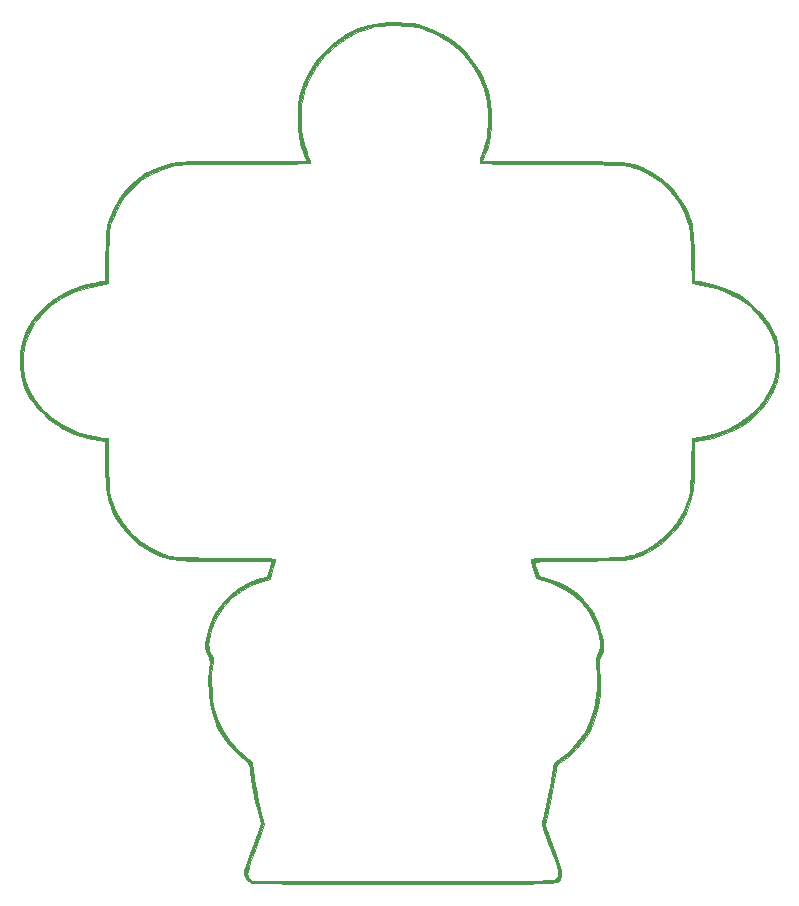
<source format=gbr>
G04 #@! TF.FileFunction,Profile,NP*
%FSLAX46Y46*%
G04 Gerber Fmt 4.6, Leading zero omitted, Abs format (unit mm)*
G04 Created by KiCad (PCBNEW (2015-04-22 BZR 5621)-product) date 6/30/2015 10:49:08 AM*
%MOMM*%
G01*
G04 APERTURE LIST*
%ADD10C,0.100000*%
G04 APERTURE END LIST*
D10*
G36*
X138861108Y-105183124D02*
X138819205Y-106124062D01*
X138645114Y-107032783D01*
X138593789Y-107173845D01*
X138593789Y-105493470D01*
X138590300Y-104855235D01*
X138536240Y-104277423D01*
X138475294Y-103970667D01*
X138158960Y-103071860D01*
X137689471Y-102219646D01*
X137080197Y-101429906D01*
X136344505Y-100718518D01*
X135495765Y-100101362D01*
X134958666Y-99793732D01*
X134218173Y-99444633D01*
X133482568Y-99180620D01*
X132682164Y-98978526D01*
X132266805Y-98898879D01*
X131445000Y-98754022D01*
X131393451Y-96557511D01*
X131375672Y-95862650D01*
X131357307Y-95311658D01*
X131336234Y-94879077D01*
X131310329Y-94539451D01*
X131277468Y-94267322D01*
X131235528Y-94037233D01*
X131182385Y-93823726D01*
X131158476Y-93740509D01*
X130771731Y-92723198D01*
X130242937Y-91788137D01*
X129584150Y-90947398D01*
X128807428Y-90213054D01*
X127924828Y-89597179D01*
X126948407Y-89111845D01*
X126308157Y-88883914D01*
X126186879Y-88847686D01*
X126068377Y-88816326D01*
X125939916Y-88789421D01*
X125788763Y-88766558D01*
X125602184Y-88747323D01*
X125367444Y-88731304D01*
X125071810Y-88718085D01*
X124702549Y-88707255D01*
X124246925Y-88698400D01*
X123692206Y-88691105D01*
X123025657Y-88684959D01*
X122234544Y-88679548D01*
X121306134Y-88674458D01*
X120227693Y-88669275D01*
X119608766Y-88666431D01*
X118426619Y-88660621D01*
X117402923Y-88654577D01*
X116526793Y-88648037D01*
X115787347Y-88640740D01*
X115173703Y-88632425D01*
X114674975Y-88622828D01*
X114280282Y-88611688D01*
X113978740Y-88598745D01*
X113759467Y-88583735D01*
X113611578Y-88566397D01*
X113524191Y-88546469D01*
X113486422Y-88523689D01*
X113483989Y-88519101D01*
X113491703Y-88388872D01*
X113552553Y-88147591D01*
X113654460Y-87840476D01*
X113692253Y-87739608D01*
X113839061Y-87316605D01*
X113978933Y-86843912D01*
X114080863Y-86427070D01*
X114154311Y-85928913D01*
X114198351Y-85328918D01*
X114212027Y-84690008D01*
X114194384Y-84075106D01*
X114144465Y-83547137D01*
X114126350Y-83433383D01*
X113847323Y-82335850D01*
X113412801Y-81285918D01*
X112834647Y-80305415D01*
X112124726Y-79416168D01*
X111722800Y-79011408D01*
X111248949Y-78590589D01*
X110805512Y-78253629D01*
X110332811Y-77960475D01*
X109771165Y-77671074D01*
X109616088Y-77597532D01*
X109079316Y-77358418D01*
X108606501Y-77181675D01*
X108153695Y-77058445D01*
X107676950Y-76979869D01*
X107132316Y-76937090D01*
X106475843Y-76921248D01*
X106256666Y-76920428D01*
X105702333Y-76923176D01*
X105278235Y-76934538D01*
X104945346Y-76958159D01*
X104664641Y-76997682D01*
X104397094Y-77056750D01*
X104191220Y-77113277D01*
X103082326Y-77519090D01*
X102062187Y-78063446D01*
X101140843Y-78735918D01*
X100328336Y-79526078D01*
X99634708Y-80423498D01*
X99069999Y-81417749D01*
X98644251Y-82498405D01*
X98496455Y-83027282D01*
X98407606Y-83552930D01*
X98358144Y-84242542D01*
X98347291Y-84751334D01*
X98368491Y-85586303D01*
X98449805Y-86315247D01*
X98601247Y-86993891D01*
X98832831Y-87677962D01*
X98905936Y-87860026D01*
X99018924Y-88160023D01*
X99090605Y-88403219D01*
X99108449Y-88545436D01*
X99104068Y-88558526D01*
X99009022Y-88579079D01*
X98750461Y-88596857D01*
X98327557Y-88611873D01*
X97739488Y-88624142D01*
X96985427Y-88633675D01*
X96064549Y-88640487D01*
X94976030Y-88644591D01*
X93719044Y-88645999D01*
X93686117Y-88646000D01*
X92535472Y-88646724D01*
X91541777Y-88649059D01*
X90692651Y-88653253D01*
X89975718Y-88659553D01*
X89378597Y-88668204D01*
X88888910Y-88679454D01*
X88494279Y-88693549D01*
X88182325Y-88710737D01*
X87940669Y-88731264D01*
X87756932Y-88755376D01*
X87700947Y-88765294D01*
X86663067Y-89048303D01*
X85694925Y-89479589D01*
X84808874Y-90048115D01*
X84017268Y-90742847D01*
X83332458Y-91552748D01*
X82766799Y-92466783D01*
X82332642Y-93473914D01*
X82290459Y-93599000D01*
X82231313Y-93791624D01*
X82184517Y-93982758D01*
X82148022Y-94196726D01*
X82119779Y-94457855D01*
X82097739Y-94790469D01*
X82079853Y-95218894D01*
X82064071Y-95767455D01*
X82048345Y-96460477D01*
X82047984Y-96477518D01*
X81999666Y-98763369D01*
X81364666Y-98860754D01*
X80163255Y-99113841D01*
X79073301Y-99489870D01*
X78084667Y-99993935D01*
X77187210Y-100631130D01*
X76434591Y-101338006D01*
X75793192Y-102122511D01*
X75313305Y-102945424D01*
X74988965Y-103820146D01*
X74814207Y-104760080D01*
X74791753Y-105029000D01*
X74813659Y-105981998D01*
X74996551Y-106903755D01*
X75333354Y-107783723D01*
X75816988Y-108611357D01*
X76440379Y-109376108D01*
X77196447Y-110067429D01*
X78078116Y-110674774D01*
X78856938Y-111087399D01*
X79616588Y-111392543D01*
X80443921Y-111638382D01*
X81254363Y-111800910D01*
X81466979Y-111828246D01*
X81999666Y-111887000D01*
X82047984Y-114173000D01*
X82063767Y-114870162D01*
X82079597Y-115422335D01*
X82097514Y-115853852D01*
X82119556Y-116189045D01*
X82147765Y-116452247D01*
X82184179Y-116667791D01*
X82230837Y-116860009D01*
X82289269Y-117051667D01*
X82713766Y-118093943D01*
X83272702Y-119036295D01*
X83958725Y-119871362D01*
X84764479Y-120591783D01*
X85682610Y-121190197D01*
X86705765Y-121659245D01*
X86995000Y-121761402D01*
X87132036Y-121805769D01*
X87263824Y-121843032D01*
X87406111Y-121873921D01*
X87574647Y-121899164D01*
X87785177Y-121919490D01*
X88053449Y-121935627D01*
X88395212Y-121948305D01*
X88826213Y-121958251D01*
X89362199Y-121966195D01*
X90018918Y-121972864D01*
X90812118Y-121978988D01*
X91757546Y-121985296D01*
X91846492Y-121985870D01*
X92865935Y-121993469D01*
X93726180Y-122002233D01*
X94437361Y-122012468D01*
X95009611Y-122024476D01*
X95453063Y-122038563D01*
X95777851Y-122055033D01*
X95994107Y-122074190D01*
X96111967Y-122096338D01*
X96141799Y-122114850D01*
X96134820Y-122235497D01*
X96086321Y-122477212D01*
X96005194Y-122799409D01*
X95945138Y-123012481D01*
X95711997Y-123808629D01*
X95121165Y-123969313D01*
X94143154Y-124316915D01*
X93258279Y-124797188D01*
X92477197Y-125399374D01*
X91810568Y-126112715D01*
X91269052Y-126926453D01*
X90863307Y-127829831D01*
X90679275Y-128452282D01*
X90572488Y-128944290D01*
X90523751Y-129317231D01*
X90534147Y-129611503D01*
X90604758Y-129867503D01*
X90723563Y-130103483D01*
X90825469Y-130286262D01*
X90882970Y-130438100D01*
X90901223Y-130608366D01*
X90885383Y-130846431D01*
X90840606Y-131201664D01*
X90839279Y-131211589D01*
X90787414Y-131813090D01*
X90774709Y-132499800D01*
X90798534Y-133216896D01*
X90856257Y-133909554D01*
X90945249Y-134522952D01*
X91012955Y-134831667D01*
X91334962Y-135781443D01*
X91789272Y-136690947D01*
X92355699Y-137531056D01*
X93014062Y-138272647D01*
X93744176Y-138886597D01*
X93894943Y-138990125D01*
X94036267Y-139088499D01*
X94131193Y-139184495D01*
X94194270Y-139315685D01*
X94240049Y-139519642D01*
X94283079Y-139833937D01*
X94310280Y-140062640D01*
X94382828Y-140586987D01*
X94486401Y-141212634D01*
X94611383Y-141890678D01*
X94748157Y-142572219D01*
X94887106Y-143208356D01*
X95018615Y-143750187D01*
X95079164Y-143972516D01*
X95248351Y-144562031D01*
X94529509Y-146475527D01*
X94274281Y-147163599D01*
X94079853Y-147713501D01*
X93942826Y-148143751D01*
X93859799Y-148472872D01*
X93827374Y-148719382D01*
X93842152Y-148901804D01*
X93900732Y-149038657D01*
X93999716Y-149148461D01*
X94033751Y-149176522D01*
X94256836Y-149352000D01*
X106976333Y-149352000D01*
X108690794Y-149351968D01*
X110244033Y-149351801D01*
X111644160Y-149351395D01*
X112899287Y-149350642D01*
X114017524Y-149349440D01*
X115006981Y-149347681D01*
X115875771Y-149345261D01*
X116632003Y-149342074D01*
X117283789Y-149338015D01*
X117839240Y-149332979D01*
X118306465Y-149326860D01*
X118693577Y-149319553D01*
X119008686Y-149310952D01*
X119259903Y-149300952D01*
X119455339Y-149289448D01*
X119603105Y-149276335D01*
X119711311Y-149261506D01*
X119788068Y-149244858D01*
X119841488Y-149226283D01*
X119879681Y-149205678D01*
X119909400Y-149184006D01*
X120029865Y-149078691D01*
X120112754Y-148966746D01*
X120154856Y-148828088D01*
X120152956Y-148642636D01*
X120103841Y-148390308D01*
X120004296Y-148051024D01*
X119851108Y-147604701D01*
X119641064Y-147031258D01*
X119507889Y-146675057D01*
X119306069Y-146129304D01*
X119126062Y-145627630D01*
X118976203Y-145194486D01*
X118864823Y-144854323D01*
X118800256Y-144631593D01*
X118787333Y-144560636D01*
X118806935Y-144406265D01*
X118860385Y-144126748D01*
X118939651Y-143761011D01*
X119036699Y-143347980D01*
X119042403Y-143324627D01*
X119210083Y-142587618D01*
X119372790Y-141778337D01*
X119518319Y-140963199D01*
X119634464Y-140208618D01*
X119680143Y-139854175D01*
X119717114Y-139594040D01*
X119776046Y-139422317D01*
X119892576Y-139285802D01*
X120102339Y-139131295D01*
X120214504Y-139056401D01*
X121044370Y-138406314D01*
X121773809Y-137630879D01*
X122388302Y-136750674D01*
X122873330Y-135786275D01*
X123195543Y-134831667D01*
X123299082Y-134311707D01*
X123374702Y-133676652D01*
X123419868Y-132978828D01*
X123432044Y-132270560D01*
X123408695Y-131604174D01*
X123371374Y-131202795D01*
X123329227Y-130841499D01*
X123314715Y-130598651D01*
X123333456Y-130424804D01*
X123391066Y-130270511D01*
X123493162Y-130086324D01*
X123499405Y-130075665D01*
X123618926Y-129851631D01*
X123677374Y-129659457D01*
X123686627Y-129430612D01*
X123662502Y-129134615D01*
X123494288Y-128260417D01*
X123179859Y-127393941D01*
X122738912Y-126576767D01*
X122191145Y-125850477D01*
X122020326Y-125668064D01*
X121434810Y-125130583D01*
X120830392Y-124701273D01*
X120162831Y-124354663D01*
X119387888Y-124065285D01*
X119068163Y-123968506D01*
X118243435Y-123731386D01*
X118008323Y-122973860D01*
X117909400Y-122631749D01*
X117839921Y-122345190D01*
X117809407Y-122156049D01*
X117811948Y-122110500D01*
X117857200Y-122084057D01*
X117979945Y-122062064D01*
X118192272Y-122044180D01*
X118506266Y-122030066D01*
X118934016Y-122019382D01*
X119487608Y-122011788D01*
X120179129Y-122006946D01*
X121020667Y-122004515D01*
X121599842Y-122004074D01*
X122588599Y-122002850D01*
X123425922Y-121998298D01*
X124129707Y-121988590D01*
X124717846Y-121971900D01*
X125208233Y-121946398D01*
X125618763Y-121910258D01*
X125967329Y-121861651D01*
X126271825Y-121798751D01*
X126550145Y-121719728D01*
X126820182Y-121622756D01*
X127099830Y-121506008D01*
X127284741Y-121423409D01*
X128103772Y-120972090D01*
X128881586Y-120390408D01*
X129589676Y-119707570D01*
X130199535Y-118952783D01*
X130682655Y-118155255D01*
X130865839Y-117754375D01*
X131004194Y-117403444D01*
X131113569Y-117091037D01*
X131197974Y-116789391D01*
X131261420Y-116470744D01*
X131307918Y-116107334D01*
X131341480Y-115671398D01*
X131366116Y-115135174D01*
X131385838Y-114470900D01*
X131394866Y-114092787D01*
X131445000Y-111895906D01*
X132182834Y-111789532D01*
X133285481Y-111556585D01*
X134326552Y-111190425D01*
X135291424Y-110701954D01*
X136165474Y-110102077D01*
X136934080Y-109401696D01*
X137582620Y-108611715D01*
X138096469Y-107743036D01*
X138326646Y-107208452D01*
X138459381Y-106726304D01*
X138549289Y-106135902D01*
X138593789Y-105493470D01*
X138593789Y-107173845D01*
X138338366Y-107875852D01*
X138275618Y-108005048D01*
X137737444Y-108886581D01*
X137062037Y-109683920D01*
X136264488Y-110386831D01*
X135359891Y-110985079D01*
X134363339Y-111468430D01*
X133289927Y-111826649D01*
X132352374Y-112021464D01*
X131656666Y-112127965D01*
X131654989Y-113870149D01*
X131650214Y-114441708D01*
X131637916Y-114996992D01*
X131619498Y-115498381D01*
X131596363Y-115908258D01*
X131569912Y-116189004D01*
X131568016Y-116202549D01*
X131336664Y-117225758D01*
X130953082Y-118197016D01*
X130430258Y-119101483D01*
X129781183Y-119924317D01*
X129018842Y-120650675D01*
X128156225Y-121265716D01*
X127206319Y-121754599D01*
X126477490Y-122019579D01*
X126324987Y-122064086D01*
X126175402Y-122101173D01*
X126011833Y-122131661D01*
X125817381Y-122156372D01*
X125575147Y-122176127D01*
X125268229Y-122191750D01*
X124879730Y-122204060D01*
X124392748Y-122213880D01*
X123790384Y-122222031D01*
X123055737Y-122229336D01*
X122171908Y-122236616D01*
X121983500Y-122238081D01*
X121019807Y-122246625D01*
X120214816Y-122256299D01*
X119557898Y-122267466D01*
X119038424Y-122280484D01*
X118645763Y-122295713D01*
X118369288Y-122313516D01*
X118198368Y-122334251D01*
X118122375Y-122358280D01*
X118116189Y-122369194D01*
X118145240Y-122496740D01*
X118215219Y-122732025D01*
X118306689Y-123011304D01*
X118491000Y-123552274D01*
X119126000Y-123708752D01*
X120104619Y-124033011D01*
X120999871Y-124496604D01*
X121799636Y-125087045D01*
X122491796Y-125791847D01*
X123064230Y-126598523D01*
X123504819Y-127494588D01*
X123801444Y-128467554D01*
X123817325Y-128542196D01*
X123914012Y-129086999D01*
X123947782Y-129506783D01*
X123917294Y-129834271D01*
X123821206Y-130102185D01*
X123748349Y-130223724D01*
X123644604Y-130391240D01*
X123590866Y-130543680D01*
X123579468Y-130735579D01*
X123602745Y-131021471D01*
X123617631Y-131153545D01*
X123696728Y-132372657D01*
X123650489Y-133547949D01*
X123482387Y-134660836D01*
X123195899Y-135692731D01*
X122794497Y-136625049D01*
X122500829Y-137127556D01*
X122070368Y-137706182D01*
X121542202Y-138291396D01*
X120971179Y-138826873D01*
X120458469Y-139224876D01*
X120199693Y-139412024D01*
X120049314Y-139559223D01*
X119971445Y-139715166D01*
X119930200Y-139928541D01*
X119928066Y-139944543D01*
X119801629Y-140803868D01*
X119643190Y-141725990D01*
X119466746Y-142634568D01*
X119286292Y-143453260D01*
X119279820Y-143480419D01*
X119013659Y-144593837D01*
X119706110Y-146443752D01*
X119961274Y-147138352D01*
X120153869Y-147697154D01*
X120288197Y-148139933D01*
X120368557Y-148486462D01*
X120399249Y-148756516D01*
X120384574Y-148969869D01*
X120328832Y-149146294D01*
X120304518Y-149195401D01*
X120276864Y-149249961D01*
X120249784Y-149299469D01*
X120215315Y-149344165D01*
X120165495Y-149384290D01*
X120092361Y-149420085D01*
X119987951Y-149451792D01*
X119844302Y-149479650D01*
X119653453Y-149503902D01*
X119407439Y-149524788D01*
X119098299Y-149542548D01*
X118718071Y-149557425D01*
X118258792Y-149569659D01*
X117712499Y-149579491D01*
X117071230Y-149587161D01*
X116327023Y-149592912D01*
X115471914Y-149596984D01*
X114497942Y-149599617D01*
X113397144Y-149601053D01*
X112161557Y-149601533D01*
X110783220Y-149601298D01*
X109254169Y-149600588D01*
X107566442Y-149599645D01*
X106957886Y-149599316D01*
X105504319Y-149598247D01*
X104096153Y-149596618D01*
X102742773Y-149594467D01*
X101453565Y-149591835D01*
X100237914Y-149588759D01*
X99105208Y-149585279D01*
X98064831Y-149581432D01*
X97126171Y-149577258D01*
X96298612Y-149572796D01*
X95591541Y-149568084D01*
X95014344Y-149563161D01*
X94576407Y-149558066D01*
X94287116Y-149552837D01*
X94155857Y-149547514D01*
X94149333Y-149546420D01*
X94005067Y-149460066D01*
X93817339Y-149308718D01*
X93789500Y-149283263D01*
X93667681Y-149147756D01*
X93588741Y-148993594D01*
X93555805Y-148801793D01*
X93571999Y-148553366D01*
X93640451Y-148229327D01*
X93764285Y-147810690D01*
X93946630Y-147278468D01*
X94190610Y-146613677D01*
X94259170Y-146431000D01*
X94960346Y-144568334D01*
X94686201Y-143444522D01*
X94504579Y-142639451D01*
X94327510Y-141744791D01*
X94169222Y-140838126D01*
X94043945Y-139997042D01*
X94020603Y-139815428D01*
X93973604Y-139546794D01*
X93887505Y-139367039D01*
X93719697Y-139206325D01*
X93590398Y-139110248D01*
X92919637Y-138551286D01*
X92287626Y-137878552D01*
X91731288Y-137137942D01*
X91287549Y-136375352D01*
X91151918Y-136079362D01*
X90878112Y-135275572D01*
X90677570Y-134362181D01*
X90555799Y-133384771D01*
X90518306Y-132388927D01*
X90570598Y-131420232D01*
X90579418Y-131340096D01*
X90619431Y-130968188D01*
X90633366Y-130716745D01*
X90616378Y-130538233D01*
X90563627Y-130385121D01*
X90470268Y-130209874D01*
X90462971Y-130197096D01*
X90336256Y-129925093D01*
X90272742Y-129638105D01*
X90270614Y-129295795D01*
X90328056Y-128857827D01*
X90388460Y-128541597D01*
X90670191Y-127577132D01*
X91098725Y-126681029D01*
X91660324Y-125867809D01*
X92341245Y-125151989D01*
X93127750Y-124548089D01*
X94006097Y-124070627D01*
X94929944Y-123742811D01*
X95498888Y-123589585D01*
X95623071Y-123156959D01*
X95706791Y-122858666D01*
X95779121Y-122589836D01*
X95804139Y-122491500D01*
X95861023Y-122258667D01*
X92006959Y-122258667D01*
X91007105Y-122257745D01*
X90158999Y-122253982D01*
X89445061Y-122245885D01*
X88847711Y-122231959D01*
X88349368Y-122210710D01*
X87932453Y-122180644D01*
X87579385Y-122140267D01*
X87272585Y-122088084D01*
X86994472Y-122022602D01*
X86727466Y-121942326D01*
X86453987Y-121845762D01*
X86254684Y-121769773D01*
X85403242Y-121358000D01*
X84590589Y-120796243D01*
X83803405Y-120075230D01*
X83769082Y-120039637D01*
X83182600Y-119371572D01*
X82726926Y-118716890D01*
X82373429Y-118031946D01*
X82245971Y-117717943D01*
X82102437Y-117306831D01*
X81991091Y-116906465D01*
X81908242Y-116486947D01*
X81850199Y-116018378D01*
X81813271Y-115470859D01*
X81793769Y-114814492D01*
X81788000Y-114019379D01*
X81787999Y-114007876D01*
X81788000Y-112121981D01*
X81303883Y-112065083D01*
X80218757Y-111857922D01*
X79123784Y-111494324D01*
X78045104Y-110983312D01*
X77845368Y-110871000D01*
X77438790Y-110595292D01*
X76978948Y-110217072D01*
X76503755Y-109773988D01*
X76051124Y-109303684D01*
X75658968Y-108843808D01*
X75365200Y-108432006D01*
X75330000Y-108373334D01*
X74920595Y-107505665D01*
X74658077Y-106582307D01*
X74541850Y-105627913D01*
X74571316Y-104667137D01*
X74745880Y-103724630D01*
X75064945Y-102825048D01*
X75482701Y-102060950D01*
X76023272Y-101359402D01*
X76694002Y-100688327D01*
X77455726Y-100079670D01*
X78269277Y-99565379D01*
X78943420Y-99238217D01*
X79504827Y-99035032D01*
X80161424Y-98845711D01*
X80839164Y-98689734D01*
X81378508Y-98597653D01*
X81773349Y-98543822D01*
X81809227Y-96367744D01*
X81821847Y-95682190D01*
X81835798Y-95140324D01*
X81853110Y-94716505D01*
X81875810Y-94385089D01*
X81905925Y-94120433D01*
X81945484Y-93896895D01*
X81996514Y-93688832D01*
X82030361Y-93571176D01*
X82415578Y-92564874D01*
X82939624Y-91637267D01*
X83587854Y-90801126D01*
X84345624Y-90069220D01*
X85198288Y-89454320D01*
X86131202Y-88969197D01*
X87129721Y-88626620D01*
X87872731Y-88476598D01*
X88057939Y-88461970D01*
X88395865Y-88448136D01*
X88869895Y-88435336D01*
X89463415Y-88423809D01*
X90159811Y-88413796D01*
X90942468Y-88405536D01*
X91794772Y-88399269D01*
X92700108Y-88395234D01*
X93620166Y-88393677D01*
X94539922Y-88392820D01*
X95407564Y-88390925D01*
X96208610Y-88388095D01*
X96928575Y-88384435D01*
X97552976Y-88380046D01*
X98067329Y-88375034D01*
X98457150Y-88369500D01*
X98707957Y-88363549D01*
X98805265Y-88357283D01*
X98806000Y-88356686D01*
X98775377Y-88265506D01*
X98696833Y-88069762D01*
X98630311Y-87912186D01*
X98525476Y-87630736D01*
X98406954Y-87255975D01*
X98297249Y-86860012D01*
X98278031Y-86783334D01*
X98184135Y-86261260D01*
X98123139Y-85628590D01*
X98095688Y-84939214D01*
X98102426Y-84247024D01*
X98143999Y-83605909D01*
X98221054Y-83069761D01*
X98232887Y-83014268D01*
X98562787Y-81914383D01*
X99040897Y-80879995D01*
X99654237Y-79924718D01*
X100389825Y-79062168D01*
X101234683Y-78305958D01*
X102175830Y-77669702D01*
X103200287Y-77167015D01*
X104097666Y-76862862D01*
X104578817Y-76766524D01*
X105179075Y-76700038D01*
X105850796Y-76663813D01*
X106546334Y-76658256D01*
X107218043Y-76683776D01*
X107818276Y-76740781D01*
X108288666Y-76826932D01*
X109410252Y-77196244D01*
X110448813Y-77708492D01*
X111393953Y-78353646D01*
X112235276Y-79121675D01*
X112962384Y-80002547D01*
X113564882Y-80986232D01*
X114032373Y-82062700D01*
X114176493Y-82507667D01*
X114365272Y-83375685D01*
X114455856Y-84326469D01*
X114450136Y-85311723D01*
X114350005Y-86283151D01*
X114157354Y-87192458D01*
X113970720Y-87760345D01*
X113728689Y-88383652D01*
X119708178Y-88414186D01*
X120895137Y-88420245D01*
X121926068Y-88426087D01*
X122814274Y-88432655D01*
X123573056Y-88440894D01*
X124215715Y-88451748D01*
X124755554Y-88466161D01*
X125205874Y-88485077D01*
X125579977Y-88509439D01*
X125891165Y-88540193D01*
X126152740Y-88578282D01*
X126378003Y-88624650D01*
X126580256Y-88680241D01*
X126772801Y-88745999D01*
X126968939Y-88822869D01*
X127181973Y-88911795D01*
X127275651Y-88951269D01*
X128160614Y-89409963D01*
X128994003Y-90009880D01*
X129749621Y-90724822D01*
X130401270Y-91528590D01*
X130922750Y-92394986D01*
X131097397Y-92773015D01*
X131241524Y-93132018D01*
X131355429Y-93464011D01*
X131443204Y-93797085D01*
X131508938Y-94159333D01*
X131556719Y-94578846D01*
X131590638Y-95083716D01*
X131614784Y-95702034D01*
X131633060Y-96452724D01*
X131675487Y-98544447D01*
X132068243Y-98596748D01*
X133130496Y-98807668D01*
X134194233Y-99148731D01*
X135194683Y-99597827D01*
X135509000Y-99771254D01*
X135935317Y-100060418D01*
X136408233Y-100448974D01*
X136893532Y-100902188D01*
X137357000Y-101385326D01*
X137764422Y-101863657D01*
X138081583Y-102302447D01*
X138198383Y-102501380D01*
X138550228Y-103338347D01*
X138771293Y-104243408D01*
X138861108Y-105183124D01*
X138861108Y-105183124D01*
X138861108Y-105183124D01*
G37*
X138861108Y-105183124D02*
X138819205Y-106124062D01*
X138645114Y-107032783D01*
X138593789Y-107173845D01*
X138593789Y-105493470D01*
X138590300Y-104855235D01*
X138536240Y-104277423D01*
X138475294Y-103970667D01*
X138158960Y-103071860D01*
X137689471Y-102219646D01*
X137080197Y-101429906D01*
X136344505Y-100718518D01*
X135495765Y-100101362D01*
X134958666Y-99793732D01*
X134218173Y-99444633D01*
X133482568Y-99180620D01*
X132682164Y-98978526D01*
X132266805Y-98898879D01*
X131445000Y-98754022D01*
X131393451Y-96557511D01*
X131375672Y-95862650D01*
X131357307Y-95311658D01*
X131336234Y-94879077D01*
X131310329Y-94539451D01*
X131277468Y-94267322D01*
X131235528Y-94037233D01*
X131182385Y-93823726D01*
X131158476Y-93740509D01*
X130771731Y-92723198D01*
X130242937Y-91788137D01*
X129584150Y-90947398D01*
X128807428Y-90213054D01*
X127924828Y-89597179D01*
X126948407Y-89111845D01*
X126308157Y-88883914D01*
X126186879Y-88847686D01*
X126068377Y-88816326D01*
X125939916Y-88789421D01*
X125788763Y-88766558D01*
X125602184Y-88747323D01*
X125367444Y-88731304D01*
X125071810Y-88718085D01*
X124702549Y-88707255D01*
X124246925Y-88698400D01*
X123692206Y-88691105D01*
X123025657Y-88684959D01*
X122234544Y-88679548D01*
X121306134Y-88674458D01*
X120227693Y-88669275D01*
X119608766Y-88666431D01*
X118426619Y-88660621D01*
X117402923Y-88654577D01*
X116526793Y-88648037D01*
X115787347Y-88640740D01*
X115173703Y-88632425D01*
X114674975Y-88622828D01*
X114280282Y-88611688D01*
X113978740Y-88598745D01*
X113759467Y-88583735D01*
X113611578Y-88566397D01*
X113524191Y-88546469D01*
X113486422Y-88523689D01*
X113483989Y-88519101D01*
X113491703Y-88388872D01*
X113552553Y-88147591D01*
X113654460Y-87840476D01*
X113692253Y-87739608D01*
X113839061Y-87316605D01*
X113978933Y-86843912D01*
X114080863Y-86427070D01*
X114154311Y-85928913D01*
X114198351Y-85328918D01*
X114212027Y-84690008D01*
X114194384Y-84075106D01*
X114144465Y-83547137D01*
X114126350Y-83433383D01*
X113847323Y-82335850D01*
X113412801Y-81285918D01*
X112834647Y-80305415D01*
X112124726Y-79416168D01*
X111722800Y-79011408D01*
X111248949Y-78590589D01*
X110805512Y-78253629D01*
X110332811Y-77960475D01*
X109771165Y-77671074D01*
X109616088Y-77597532D01*
X109079316Y-77358418D01*
X108606501Y-77181675D01*
X108153695Y-77058445D01*
X107676950Y-76979869D01*
X107132316Y-76937090D01*
X106475843Y-76921248D01*
X106256666Y-76920428D01*
X105702333Y-76923176D01*
X105278235Y-76934538D01*
X104945346Y-76958159D01*
X104664641Y-76997682D01*
X104397094Y-77056750D01*
X104191220Y-77113277D01*
X103082326Y-77519090D01*
X102062187Y-78063446D01*
X101140843Y-78735918D01*
X100328336Y-79526078D01*
X99634708Y-80423498D01*
X99069999Y-81417749D01*
X98644251Y-82498405D01*
X98496455Y-83027282D01*
X98407606Y-83552930D01*
X98358144Y-84242542D01*
X98347291Y-84751334D01*
X98368491Y-85586303D01*
X98449805Y-86315247D01*
X98601247Y-86993891D01*
X98832831Y-87677962D01*
X98905936Y-87860026D01*
X99018924Y-88160023D01*
X99090605Y-88403219D01*
X99108449Y-88545436D01*
X99104068Y-88558526D01*
X99009022Y-88579079D01*
X98750461Y-88596857D01*
X98327557Y-88611873D01*
X97739488Y-88624142D01*
X96985427Y-88633675D01*
X96064549Y-88640487D01*
X94976030Y-88644591D01*
X93719044Y-88645999D01*
X93686117Y-88646000D01*
X92535472Y-88646724D01*
X91541777Y-88649059D01*
X90692651Y-88653253D01*
X89975718Y-88659553D01*
X89378597Y-88668204D01*
X88888910Y-88679454D01*
X88494279Y-88693549D01*
X88182325Y-88710737D01*
X87940669Y-88731264D01*
X87756932Y-88755376D01*
X87700947Y-88765294D01*
X86663067Y-89048303D01*
X85694925Y-89479589D01*
X84808874Y-90048115D01*
X84017268Y-90742847D01*
X83332458Y-91552748D01*
X82766799Y-92466783D01*
X82332642Y-93473914D01*
X82290459Y-93599000D01*
X82231313Y-93791624D01*
X82184517Y-93982758D01*
X82148022Y-94196726D01*
X82119779Y-94457855D01*
X82097739Y-94790469D01*
X82079853Y-95218894D01*
X82064071Y-95767455D01*
X82048345Y-96460477D01*
X82047984Y-96477518D01*
X81999666Y-98763369D01*
X81364666Y-98860754D01*
X80163255Y-99113841D01*
X79073301Y-99489870D01*
X78084667Y-99993935D01*
X77187210Y-100631130D01*
X76434591Y-101338006D01*
X75793192Y-102122511D01*
X75313305Y-102945424D01*
X74988965Y-103820146D01*
X74814207Y-104760080D01*
X74791753Y-105029000D01*
X74813659Y-105981998D01*
X74996551Y-106903755D01*
X75333354Y-107783723D01*
X75816988Y-108611357D01*
X76440379Y-109376108D01*
X77196447Y-110067429D01*
X78078116Y-110674774D01*
X78856938Y-111087399D01*
X79616588Y-111392543D01*
X80443921Y-111638382D01*
X81254363Y-111800910D01*
X81466979Y-111828246D01*
X81999666Y-111887000D01*
X82047984Y-114173000D01*
X82063767Y-114870162D01*
X82079597Y-115422335D01*
X82097514Y-115853852D01*
X82119556Y-116189045D01*
X82147765Y-116452247D01*
X82184179Y-116667791D01*
X82230837Y-116860009D01*
X82289269Y-117051667D01*
X82713766Y-118093943D01*
X83272702Y-119036295D01*
X83958725Y-119871362D01*
X84764479Y-120591783D01*
X85682610Y-121190197D01*
X86705765Y-121659245D01*
X86995000Y-121761402D01*
X87132036Y-121805769D01*
X87263824Y-121843032D01*
X87406111Y-121873921D01*
X87574647Y-121899164D01*
X87785177Y-121919490D01*
X88053449Y-121935627D01*
X88395212Y-121948305D01*
X88826213Y-121958251D01*
X89362199Y-121966195D01*
X90018918Y-121972864D01*
X90812118Y-121978988D01*
X91757546Y-121985296D01*
X91846492Y-121985870D01*
X92865935Y-121993469D01*
X93726180Y-122002233D01*
X94437361Y-122012468D01*
X95009611Y-122024476D01*
X95453063Y-122038563D01*
X95777851Y-122055033D01*
X95994107Y-122074190D01*
X96111967Y-122096338D01*
X96141799Y-122114850D01*
X96134820Y-122235497D01*
X96086321Y-122477212D01*
X96005194Y-122799409D01*
X95945138Y-123012481D01*
X95711997Y-123808629D01*
X95121165Y-123969313D01*
X94143154Y-124316915D01*
X93258279Y-124797188D01*
X92477197Y-125399374D01*
X91810568Y-126112715D01*
X91269052Y-126926453D01*
X90863307Y-127829831D01*
X90679275Y-128452282D01*
X90572488Y-128944290D01*
X90523751Y-129317231D01*
X90534147Y-129611503D01*
X90604758Y-129867503D01*
X90723563Y-130103483D01*
X90825469Y-130286262D01*
X90882970Y-130438100D01*
X90901223Y-130608366D01*
X90885383Y-130846431D01*
X90840606Y-131201664D01*
X90839279Y-131211589D01*
X90787414Y-131813090D01*
X90774709Y-132499800D01*
X90798534Y-133216896D01*
X90856257Y-133909554D01*
X90945249Y-134522952D01*
X91012955Y-134831667D01*
X91334962Y-135781443D01*
X91789272Y-136690947D01*
X92355699Y-137531056D01*
X93014062Y-138272647D01*
X93744176Y-138886597D01*
X93894943Y-138990125D01*
X94036267Y-139088499D01*
X94131193Y-139184495D01*
X94194270Y-139315685D01*
X94240049Y-139519642D01*
X94283079Y-139833937D01*
X94310280Y-140062640D01*
X94382828Y-140586987D01*
X94486401Y-141212634D01*
X94611383Y-141890678D01*
X94748157Y-142572219D01*
X94887106Y-143208356D01*
X95018615Y-143750187D01*
X95079164Y-143972516D01*
X95248351Y-144562031D01*
X94529509Y-146475527D01*
X94274281Y-147163599D01*
X94079853Y-147713501D01*
X93942826Y-148143751D01*
X93859799Y-148472872D01*
X93827374Y-148719382D01*
X93842152Y-148901804D01*
X93900732Y-149038657D01*
X93999716Y-149148461D01*
X94033751Y-149176522D01*
X94256836Y-149352000D01*
X106976333Y-149352000D01*
X108690794Y-149351968D01*
X110244033Y-149351801D01*
X111644160Y-149351395D01*
X112899287Y-149350642D01*
X114017524Y-149349440D01*
X115006981Y-149347681D01*
X115875771Y-149345261D01*
X116632003Y-149342074D01*
X117283789Y-149338015D01*
X117839240Y-149332979D01*
X118306465Y-149326860D01*
X118693577Y-149319553D01*
X119008686Y-149310952D01*
X119259903Y-149300952D01*
X119455339Y-149289448D01*
X119603105Y-149276335D01*
X119711311Y-149261506D01*
X119788068Y-149244858D01*
X119841488Y-149226283D01*
X119879681Y-149205678D01*
X119909400Y-149184006D01*
X120029865Y-149078691D01*
X120112754Y-148966746D01*
X120154856Y-148828088D01*
X120152956Y-148642636D01*
X120103841Y-148390308D01*
X120004296Y-148051024D01*
X119851108Y-147604701D01*
X119641064Y-147031258D01*
X119507889Y-146675057D01*
X119306069Y-146129304D01*
X119126062Y-145627630D01*
X118976203Y-145194486D01*
X118864823Y-144854323D01*
X118800256Y-144631593D01*
X118787333Y-144560636D01*
X118806935Y-144406265D01*
X118860385Y-144126748D01*
X118939651Y-143761011D01*
X119036699Y-143347980D01*
X119042403Y-143324627D01*
X119210083Y-142587618D01*
X119372790Y-141778337D01*
X119518319Y-140963199D01*
X119634464Y-140208618D01*
X119680143Y-139854175D01*
X119717114Y-139594040D01*
X119776046Y-139422317D01*
X119892576Y-139285802D01*
X120102339Y-139131295D01*
X120214504Y-139056401D01*
X121044370Y-138406314D01*
X121773809Y-137630879D01*
X122388302Y-136750674D01*
X122873330Y-135786275D01*
X123195543Y-134831667D01*
X123299082Y-134311707D01*
X123374702Y-133676652D01*
X123419868Y-132978828D01*
X123432044Y-132270560D01*
X123408695Y-131604174D01*
X123371374Y-131202795D01*
X123329227Y-130841499D01*
X123314715Y-130598651D01*
X123333456Y-130424804D01*
X123391066Y-130270511D01*
X123493162Y-130086324D01*
X123499405Y-130075665D01*
X123618926Y-129851631D01*
X123677374Y-129659457D01*
X123686627Y-129430612D01*
X123662502Y-129134615D01*
X123494288Y-128260417D01*
X123179859Y-127393941D01*
X122738912Y-126576767D01*
X122191145Y-125850477D01*
X122020326Y-125668064D01*
X121434810Y-125130583D01*
X120830392Y-124701273D01*
X120162831Y-124354663D01*
X119387888Y-124065285D01*
X119068163Y-123968506D01*
X118243435Y-123731386D01*
X118008323Y-122973860D01*
X117909400Y-122631749D01*
X117839921Y-122345190D01*
X117809407Y-122156049D01*
X117811948Y-122110500D01*
X117857200Y-122084057D01*
X117979945Y-122062064D01*
X118192272Y-122044180D01*
X118506266Y-122030066D01*
X118934016Y-122019382D01*
X119487608Y-122011788D01*
X120179129Y-122006946D01*
X121020667Y-122004515D01*
X121599842Y-122004074D01*
X122588599Y-122002850D01*
X123425922Y-121998298D01*
X124129707Y-121988590D01*
X124717846Y-121971900D01*
X125208233Y-121946398D01*
X125618763Y-121910258D01*
X125967329Y-121861651D01*
X126271825Y-121798751D01*
X126550145Y-121719728D01*
X126820182Y-121622756D01*
X127099830Y-121506008D01*
X127284741Y-121423409D01*
X128103772Y-120972090D01*
X128881586Y-120390408D01*
X129589676Y-119707570D01*
X130199535Y-118952783D01*
X130682655Y-118155255D01*
X130865839Y-117754375D01*
X131004194Y-117403444D01*
X131113569Y-117091037D01*
X131197974Y-116789391D01*
X131261420Y-116470744D01*
X131307918Y-116107334D01*
X131341480Y-115671398D01*
X131366116Y-115135174D01*
X131385838Y-114470900D01*
X131394866Y-114092787D01*
X131445000Y-111895906D01*
X132182834Y-111789532D01*
X133285481Y-111556585D01*
X134326552Y-111190425D01*
X135291424Y-110701954D01*
X136165474Y-110102077D01*
X136934080Y-109401696D01*
X137582620Y-108611715D01*
X138096469Y-107743036D01*
X138326646Y-107208452D01*
X138459381Y-106726304D01*
X138549289Y-106135902D01*
X138593789Y-105493470D01*
X138593789Y-107173845D01*
X138338366Y-107875852D01*
X138275618Y-108005048D01*
X137737444Y-108886581D01*
X137062037Y-109683920D01*
X136264488Y-110386831D01*
X135359891Y-110985079D01*
X134363339Y-111468430D01*
X133289927Y-111826649D01*
X132352374Y-112021464D01*
X131656666Y-112127965D01*
X131654989Y-113870149D01*
X131650214Y-114441708D01*
X131637916Y-114996992D01*
X131619498Y-115498381D01*
X131596363Y-115908258D01*
X131569912Y-116189004D01*
X131568016Y-116202549D01*
X131336664Y-117225758D01*
X130953082Y-118197016D01*
X130430258Y-119101483D01*
X129781183Y-119924317D01*
X129018842Y-120650675D01*
X128156225Y-121265716D01*
X127206319Y-121754599D01*
X126477490Y-122019579D01*
X126324987Y-122064086D01*
X126175402Y-122101173D01*
X126011833Y-122131661D01*
X125817381Y-122156372D01*
X125575147Y-122176127D01*
X125268229Y-122191750D01*
X124879730Y-122204060D01*
X124392748Y-122213880D01*
X123790384Y-122222031D01*
X123055737Y-122229336D01*
X122171908Y-122236616D01*
X121983500Y-122238081D01*
X121019807Y-122246625D01*
X120214816Y-122256299D01*
X119557898Y-122267466D01*
X119038424Y-122280484D01*
X118645763Y-122295713D01*
X118369288Y-122313516D01*
X118198368Y-122334251D01*
X118122375Y-122358280D01*
X118116189Y-122369194D01*
X118145240Y-122496740D01*
X118215219Y-122732025D01*
X118306689Y-123011304D01*
X118491000Y-123552274D01*
X119126000Y-123708752D01*
X120104619Y-124033011D01*
X120999871Y-124496604D01*
X121799636Y-125087045D01*
X122491796Y-125791847D01*
X123064230Y-126598523D01*
X123504819Y-127494588D01*
X123801444Y-128467554D01*
X123817325Y-128542196D01*
X123914012Y-129086999D01*
X123947782Y-129506783D01*
X123917294Y-129834271D01*
X123821206Y-130102185D01*
X123748349Y-130223724D01*
X123644604Y-130391240D01*
X123590866Y-130543680D01*
X123579468Y-130735579D01*
X123602745Y-131021471D01*
X123617631Y-131153545D01*
X123696728Y-132372657D01*
X123650489Y-133547949D01*
X123482387Y-134660836D01*
X123195899Y-135692731D01*
X122794497Y-136625049D01*
X122500829Y-137127556D01*
X122070368Y-137706182D01*
X121542202Y-138291396D01*
X120971179Y-138826873D01*
X120458469Y-139224876D01*
X120199693Y-139412024D01*
X120049314Y-139559223D01*
X119971445Y-139715166D01*
X119930200Y-139928541D01*
X119928066Y-139944543D01*
X119801629Y-140803868D01*
X119643190Y-141725990D01*
X119466746Y-142634568D01*
X119286292Y-143453260D01*
X119279820Y-143480419D01*
X119013659Y-144593837D01*
X119706110Y-146443752D01*
X119961274Y-147138352D01*
X120153869Y-147697154D01*
X120288197Y-148139933D01*
X120368557Y-148486462D01*
X120399249Y-148756516D01*
X120384574Y-148969869D01*
X120328832Y-149146294D01*
X120304518Y-149195401D01*
X120276864Y-149249961D01*
X120249784Y-149299469D01*
X120215315Y-149344165D01*
X120165495Y-149384290D01*
X120092361Y-149420085D01*
X119987951Y-149451792D01*
X119844302Y-149479650D01*
X119653453Y-149503902D01*
X119407439Y-149524788D01*
X119098299Y-149542548D01*
X118718071Y-149557425D01*
X118258792Y-149569659D01*
X117712499Y-149579491D01*
X117071230Y-149587161D01*
X116327023Y-149592912D01*
X115471914Y-149596984D01*
X114497942Y-149599617D01*
X113397144Y-149601053D01*
X112161557Y-149601533D01*
X110783220Y-149601298D01*
X109254169Y-149600588D01*
X107566442Y-149599645D01*
X106957886Y-149599316D01*
X105504319Y-149598247D01*
X104096153Y-149596618D01*
X102742773Y-149594467D01*
X101453565Y-149591835D01*
X100237914Y-149588759D01*
X99105208Y-149585279D01*
X98064831Y-149581432D01*
X97126171Y-149577258D01*
X96298612Y-149572796D01*
X95591541Y-149568084D01*
X95014344Y-149563161D01*
X94576407Y-149558066D01*
X94287116Y-149552837D01*
X94155857Y-149547514D01*
X94149333Y-149546420D01*
X94005067Y-149460066D01*
X93817339Y-149308718D01*
X93789500Y-149283263D01*
X93667681Y-149147756D01*
X93588741Y-148993594D01*
X93555805Y-148801793D01*
X93571999Y-148553366D01*
X93640451Y-148229327D01*
X93764285Y-147810690D01*
X93946630Y-147278468D01*
X94190610Y-146613677D01*
X94259170Y-146431000D01*
X94960346Y-144568334D01*
X94686201Y-143444522D01*
X94504579Y-142639451D01*
X94327510Y-141744791D01*
X94169222Y-140838126D01*
X94043945Y-139997042D01*
X94020603Y-139815428D01*
X93973604Y-139546794D01*
X93887505Y-139367039D01*
X93719697Y-139206325D01*
X93590398Y-139110248D01*
X92919637Y-138551286D01*
X92287626Y-137878552D01*
X91731288Y-137137942D01*
X91287549Y-136375352D01*
X91151918Y-136079362D01*
X90878112Y-135275572D01*
X90677570Y-134362181D01*
X90555799Y-133384771D01*
X90518306Y-132388927D01*
X90570598Y-131420232D01*
X90579418Y-131340096D01*
X90619431Y-130968188D01*
X90633366Y-130716745D01*
X90616378Y-130538233D01*
X90563627Y-130385121D01*
X90470268Y-130209874D01*
X90462971Y-130197096D01*
X90336256Y-129925093D01*
X90272742Y-129638105D01*
X90270614Y-129295795D01*
X90328056Y-128857827D01*
X90388460Y-128541597D01*
X90670191Y-127577132D01*
X91098725Y-126681029D01*
X91660324Y-125867809D01*
X92341245Y-125151989D01*
X93127750Y-124548089D01*
X94006097Y-124070627D01*
X94929944Y-123742811D01*
X95498888Y-123589585D01*
X95623071Y-123156959D01*
X95706791Y-122858666D01*
X95779121Y-122589836D01*
X95804139Y-122491500D01*
X95861023Y-122258667D01*
X92006959Y-122258667D01*
X91007105Y-122257745D01*
X90158999Y-122253982D01*
X89445061Y-122245885D01*
X88847711Y-122231959D01*
X88349368Y-122210710D01*
X87932453Y-122180644D01*
X87579385Y-122140267D01*
X87272585Y-122088084D01*
X86994472Y-122022602D01*
X86727466Y-121942326D01*
X86453987Y-121845762D01*
X86254684Y-121769773D01*
X85403242Y-121358000D01*
X84590589Y-120796243D01*
X83803405Y-120075230D01*
X83769082Y-120039637D01*
X83182600Y-119371572D01*
X82726926Y-118716890D01*
X82373429Y-118031946D01*
X82245971Y-117717943D01*
X82102437Y-117306831D01*
X81991091Y-116906465D01*
X81908242Y-116486947D01*
X81850199Y-116018378D01*
X81813271Y-115470859D01*
X81793769Y-114814492D01*
X81788000Y-114019379D01*
X81787999Y-114007876D01*
X81788000Y-112121981D01*
X81303883Y-112065083D01*
X80218757Y-111857922D01*
X79123784Y-111494324D01*
X78045104Y-110983312D01*
X77845368Y-110871000D01*
X77438790Y-110595292D01*
X76978948Y-110217072D01*
X76503755Y-109773988D01*
X76051124Y-109303684D01*
X75658968Y-108843808D01*
X75365200Y-108432006D01*
X75330000Y-108373334D01*
X74920595Y-107505665D01*
X74658077Y-106582307D01*
X74541850Y-105627913D01*
X74571316Y-104667137D01*
X74745880Y-103724630D01*
X75064945Y-102825048D01*
X75482701Y-102060950D01*
X76023272Y-101359402D01*
X76694002Y-100688327D01*
X77455726Y-100079670D01*
X78269277Y-99565379D01*
X78943420Y-99238217D01*
X79504827Y-99035032D01*
X80161424Y-98845711D01*
X80839164Y-98689734D01*
X81378508Y-98597653D01*
X81773349Y-98543822D01*
X81809227Y-96367744D01*
X81821847Y-95682190D01*
X81835798Y-95140324D01*
X81853110Y-94716505D01*
X81875810Y-94385089D01*
X81905925Y-94120433D01*
X81945484Y-93896895D01*
X81996514Y-93688832D01*
X82030361Y-93571176D01*
X82415578Y-92564874D01*
X82939624Y-91637267D01*
X83587854Y-90801126D01*
X84345624Y-90069220D01*
X85198288Y-89454320D01*
X86131202Y-88969197D01*
X87129721Y-88626620D01*
X87872731Y-88476598D01*
X88057939Y-88461970D01*
X88395865Y-88448136D01*
X88869895Y-88435336D01*
X89463415Y-88423809D01*
X90159811Y-88413796D01*
X90942468Y-88405536D01*
X91794772Y-88399269D01*
X92700108Y-88395234D01*
X93620166Y-88393677D01*
X94539922Y-88392820D01*
X95407564Y-88390925D01*
X96208610Y-88388095D01*
X96928575Y-88384435D01*
X97552976Y-88380046D01*
X98067329Y-88375034D01*
X98457150Y-88369500D01*
X98707957Y-88363549D01*
X98805265Y-88357283D01*
X98806000Y-88356686D01*
X98775377Y-88265506D01*
X98696833Y-88069762D01*
X98630311Y-87912186D01*
X98525476Y-87630736D01*
X98406954Y-87255975D01*
X98297249Y-86860012D01*
X98278031Y-86783334D01*
X98184135Y-86261260D01*
X98123139Y-85628590D01*
X98095688Y-84939214D01*
X98102426Y-84247024D01*
X98143999Y-83605909D01*
X98221054Y-83069761D01*
X98232887Y-83014268D01*
X98562787Y-81914383D01*
X99040897Y-80879995D01*
X99654237Y-79924718D01*
X100389825Y-79062168D01*
X101234683Y-78305958D01*
X102175830Y-77669702D01*
X103200287Y-77167015D01*
X104097666Y-76862862D01*
X104578817Y-76766524D01*
X105179075Y-76700038D01*
X105850796Y-76663813D01*
X106546334Y-76658256D01*
X107218043Y-76683776D01*
X107818276Y-76740781D01*
X108288666Y-76826932D01*
X109410252Y-77196244D01*
X110448813Y-77708492D01*
X111393953Y-78353646D01*
X112235276Y-79121675D01*
X112962384Y-80002547D01*
X113564882Y-80986232D01*
X114032373Y-82062700D01*
X114176493Y-82507667D01*
X114365272Y-83375685D01*
X114455856Y-84326469D01*
X114450136Y-85311723D01*
X114350005Y-86283151D01*
X114157354Y-87192458D01*
X113970720Y-87760345D01*
X113728689Y-88383652D01*
X119708178Y-88414186D01*
X120895137Y-88420245D01*
X121926068Y-88426087D01*
X122814274Y-88432655D01*
X123573056Y-88440894D01*
X124215715Y-88451748D01*
X124755554Y-88466161D01*
X125205874Y-88485077D01*
X125579977Y-88509439D01*
X125891165Y-88540193D01*
X126152740Y-88578282D01*
X126378003Y-88624650D01*
X126580256Y-88680241D01*
X126772801Y-88745999D01*
X126968939Y-88822869D01*
X127181973Y-88911795D01*
X127275651Y-88951269D01*
X128160614Y-89409963D01*
X128994003Y-90009880D01*
X129749621Y-90724822D01*
X130401270Y-91528590D01*
X130922750Y-92394986D01*
X131097397Y-92773015D01*
X131241524Y-93132018D01*
X131355429Y-93464011D01*
X131443204Y-93797085D01*
X131508938Y-94159333D01*
X131556719Y-94578846D01*
X131590638Y-95083716D01*
X131614784Y-95702034D01*
X131633060Y-96452724D01*
X131675487Y-98544447D01*
X132068243Y-98596748D01*
X133130496Y-98807668D01*
X134194233Y-99148731D01*
X135194683Y-99597827D01*
X135509000Y-99771254D01*
X135935317Y-100060418D01*
X136408233Y-100448974D01*
X136893532Y-100902188D01*
X137357000Y-101385326D01*
X137764422Y-101863657D01*
X138081583Y-102302447D01*
X138198383Y-102501380D01*
X138550228Y-103338347D01*
X138771293Y-104243408D01*
X138861108Y-105183124D01*
X138861108Y-105183124D01*
M02*

</source>
